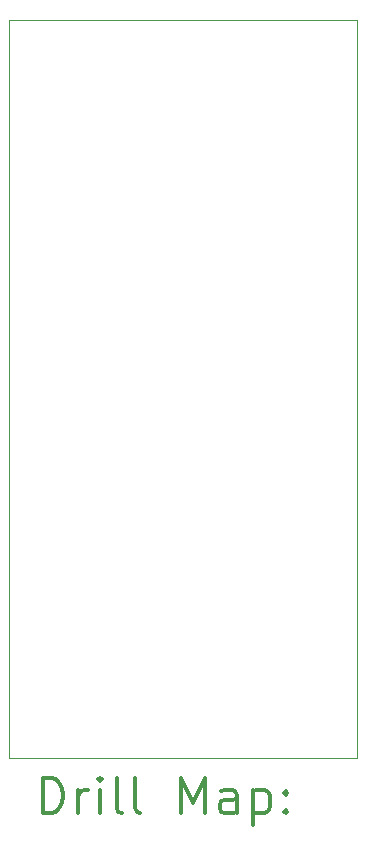
<source format=gbr>
%FSLAX45Y45*%
G04 Gerber Fmt 4.5, Leading zero omitted, Abs format (unit mm)*
G04 Created by KiCad (PCBNEW (5.1.5)-3) date 2021-07-14 18:19:28*
%MOMM*%
%LPD*%
G04 APERTURE LIST*
%TA.AperFunction,Profile*%
%ADD10C,0.050000*%
%TD*%
%ADD11C,0.200000*%
%ADD12C,0.300000*%
G04 APERTURE END LIST*
D10*
X13335000Y-7010400D02*
X13335000Y-13258800D01*
X16281400Y-7010400D02*
X13335000Y-7010400D01*
X16281400Y-13258800D02*
X16281400Y-7010400D01*
X13335000Y-13258800D02*
X16281400Y-13258800D01*
D11*
D12*
X13618928Y-13727014D02*
X13618928Y-13427014D01*
X13690357Y-13427014D01*
X13733214Y-13441300D01*
X13761786Y-13469871D01*
X13776071Y-13498443D01*
X13790357Y-13555586D01*
X13790357Y-13598443D01*
X13776071Y-13655586D01*
X13761786Y-13684157D01*
X13733214Y-13712729D01*
X13690357Y-13727014D01*
X13618928Y-13727014D01*
X13918928Y-13727014D02*
X13918928Y-13527014D01*
X13918928Y-13584157D02*
X13933214Y-13555586D01*
X13947500Y-13541300D01*
X13976071Y-13527014D01*
X14004643Y-13527014D01*
X14104643Y-13727014D02*
X14104643Y-13527014D01*
X14104643Y-13427014D02*
X14090357Y-13441300D01*
X14104643Y-13455586D01*
X14118928Y-13441300D01*
X14104643Y-13427014D01*
X14104643Y-13455586D01*
X14290357Y-13727014D02*
X14261786Y-13712729D01*
X14247500Y-13684157D01*
X14247500Y-13427014D01*
X14447500Y-13727014D02*
X14418928Y-13712729D01*
X14404643Y-13684157D01*
X14404643Y-13427014D01*
X14790357Y-13727014D02*
X14790357Y-13427014D01*
X14890357Y-13641300D01*
X14990357Y-13427014D01*
X14990357Y-13727014D01*
X15261786Y-13727014D02*
X15261786Y-13569871D01*
X15247500Y-13541300D01*
X15218928Y-13527014D01*
X15161786Y-13527014D01*
X15133214Y-13541300D01*
X15261786Y-13712729D02*
X15233214Y-13727014D01*
X15161786Y-13727014D01*
X15133214Y-13712729D01*
X15118928Y-13684157D01*
X15118928Y-13655586D01*
X15133214Y-13627014D01*
X15161786Y-13612729D01*
X15233214Y-13612729D01*
X15261786Y-13598443D01*
X15404643Y-13527014D02*
X15404643Y-13827014D01*
X15404643Y-13541300D02*
X15433214Y-13527014D01*
X15490357Y-13527014D01*
X15518928Y-13541300D01*
X15533214Y-13555586D01*
X15547500Y-13584157D01*
X15547500Y-13669871D01*
X15533214Y-13698443D01*
X15518928Y-13712729D01*
X15490357Y-13727014D01*
X15433214Y-13727014D01*
X15404643Y-13712729D01*
X15676071Y-13698443D02*
X15690357Y-13712729D01*
X15676071Y-13727014D01*
X15661786Y-13712729D01*
X15676071Y-13698443D01*
X15676071Y-13727014D01*
X15676071Y-13541300D02*
X15690357Y-13555586D01*
X15676071Y-13569871D01*
X15661786Y-13555586D01*
X15676071Y-13541300D01*
X15676071Y-13569871D01*
M02*

</source>
